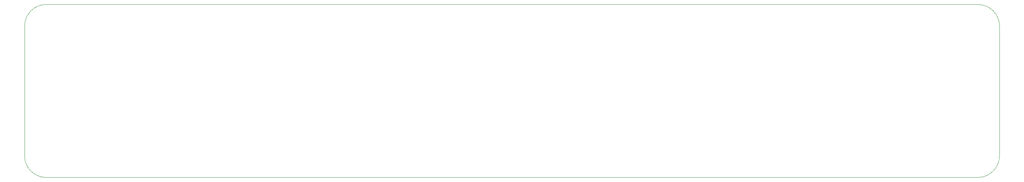
<source format=gbr>
%TF.GenerationSoftware,KiCad,Pcbnew,7.0.11+1*%
%TF.CreationDate,2024-03-07T04:51:48+08:00*%
%TF.ProjectId,EuroPowerBoard v2.0,4575726f-506f-4776-9572-426f61726420,rev?*%
%TF.SameCoordinates,Original*%
%TF.FileFunction,Profile,NP*%
%FSLAX46Y46*%
G04 Gerber Fmt 4.6, Leading zero omitted, Abs format (unit mm)*
G04 Created by KiCad (PCBNEW 7.0.11+1) date 2024-03-07 04:51:48*
%MOMM*%
%LPD*%
G01*
G04 APERTURE LIST*
%TA.AperFunction,Profile*%
%ADD10C,0.100000*%
%TD*%
G04 APERTURE END LIST*
D10*
X256540000Y-101600000D02*
G75*
G03*
X261620000Y-96520000I0J5080000D01*
G01*
X261620000Y-66040000D02*
G75*
G03*
X256540000Y-60960000I-5080000J0D01*
G01*
X33020000Y-96520000D02*
G75*
G03*
X38100000Y-101600000I5080000J0D01*
G01*
X38100000Y-60960000D02*
G75*
G03*
X33020000Y-66040000I0J-5080000D01*
G01*
X33020000Y-96520000D02*
X33020000Y-66040000D01*
X256540000Y-101600000D02*
X38100000Y-101600000D01*
X261620000Y-66040000D02*
X261620000Y-96520000D01*
X38100000Y-60960000D02*
X256540000Y-60960000D01*
M02*

</source>
